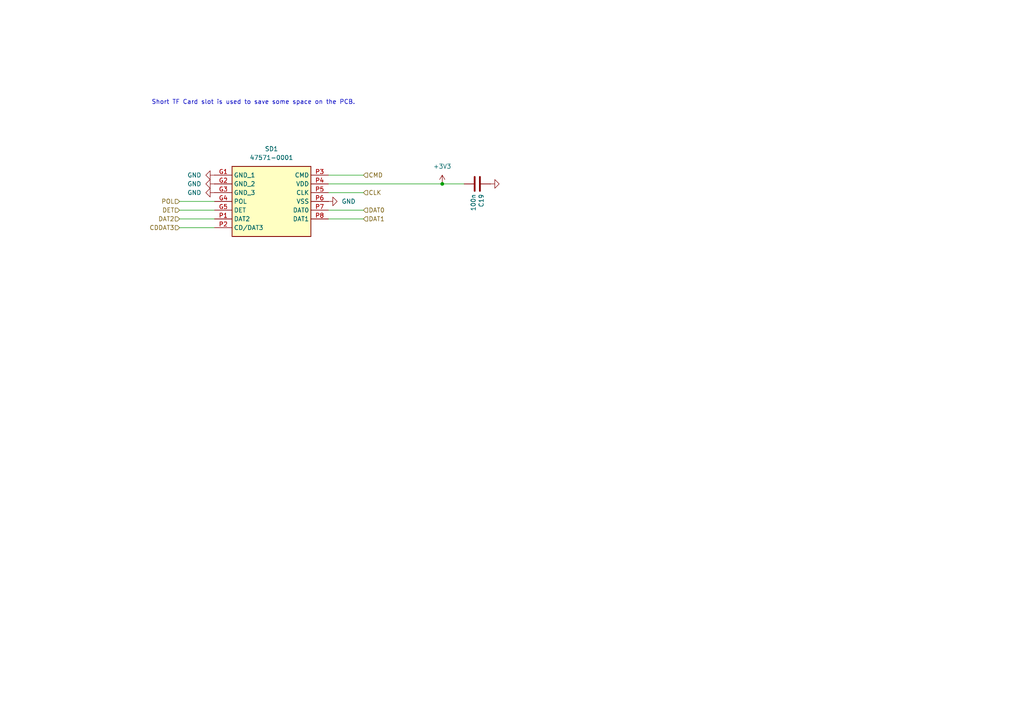
<source format=kicad_sch>
(kicad_sch (version 20250114) (generator "eeschema") (generator_version "9.0")
  (paper "A4")
  (title_block (title "MiniFRANK RM1") (date "2025-03-04") (rev "2.01") (company "Mikhail Matveev") (comment 1 "https://github.com/xtremespb/frank"))
  (lib_symbols
    (symbol "Device:C" (pin_numbers (hide yes)) (pin_names (offset 0.254))
      (property "Reference" "C" (at 0.635 2.54 0))
      (property "Value" "C" (at 0.635 -2.54 0))
      (symbol "C_0_1"
        (polyline (pts (xy -2.032 0.762) (xy 2.032 0.762)) (stroke (width 0.508)))
        (polyline (pts (xy -2.032 -0.762) (xy 2.032 -0.762)) (stroke (width 0.508)))
      )
      (symbol "C_1_1"
        (pin passive line (at 0 3.81 270) (length 2.794) (name "~") (number "1"))
        (pin passive line (at 0 -3.81 90) (length 2.794) (name "~") (number "2"))
      )
    )
    (symbol "FRANK:MicroSD_Short"
      (property "Reference" "SD1" (at 16.51 7.62 0))
      (property "Value" "MicroSD_Short" (at 16.51 5.08 0))
      (symbol "MicroSD_Short_1_1"
        (rectangle (start 5.08 2.54) (end 27.94 -17.78) (stroke (width 0.254)) (fill (type background)))
        (pin passive line (at 0 0 0) (length 5.08) (name "GND_1") (number "G1"))
        (pin passive line (at 0 -2.54 0) (length 5.08) (name "GND_2") (number "G2"))
        (pin passive line (at 0 -5.08 0) (length 5.08) (name "GND_3") (number "G3"))
        (pin passive line (at 0 -7.62 0) (length 5.08) (name "POL") (number "G4"))
        (pin passive line (at 0 -10.16 0) (length 5.08) (name "DET") (number "G5"))
        (pin passive line (at 0 -12.7 0) (length 5.08) (name "DAT2") (number "P1"))
        (pin passive line (at 0 -15.24 0) (length 5.08) (name "CD/DAT3") (number "P2"))
        (pin passive line (at 33.02 0 180) (length 5.08) (name "CMD") (number "P3"))
        (pin passive line (at 33.02 -2.54 180) (length 5.08) (name "VDD") (number "P4"))
        (pin passive line (at 33.02 -5.08 180) (length 5.08) (name "CLK") (number "P5"))
        (pin passive line (at 33.02 -7.62 180) (length 5.08) (name "VSS") (number "P6"))
        (pin passive line (at 33.02 -10.16 180) (length 5.08) (name "DAT0") (number "P7"))
        (pin passive line (at 33.02 -12.7 180) (length 5.08) (name "DAT1") (number "P8"))
      )
    )
    (symbol "GND_1" (power) (pin_numbers (hide yes)) (pin_names (offset 0) (hide yes))
      (property "Value" "GND" (at 0 -3.81 0))
      (symbol "GND_1_0_1"
        (polyline (pts (xy 0 0) (xy 0 -1.27) (xy 1.27 -1.27) (xy 0 -2.54) (xy -1.27 -1.27) (xy 0 -1.27)))
      )
      (symbol "GND_1_1_1"
        (pin power_in line (at 0 0 270) (length 0) (name "~") (number "1"))
      )
    )
    (symbol "power:+3V3" (power) (pin_numbers (hide yes)) (pin_names (offset 0) (hide yes))
      (property "Value" "+3V3" (at 0 3.556 0))
      (symbol "+3V3_0_1"
        (polyline (pts (xy -0.762 1.27) (xy 0 2.54)))
        (polyline (pts (xy 0 2.54) (xy 0.762 1.27)))
        (polyline (pts (xy 0 0) (xy 0 2.54)))
      )
      (symbol "+3V3_1_1"
        (pin power_in line (at 0 0 90) (length 0) (name "~") (number "1"))
      )
    )
    (symbol "power:GND" (power) (pin_numbers (hide yes)) (pin_names (offset 0) (hide yes))
      (property "Value" "GND" (at 0 -3.81 0))
      (symbol "GND_0_1"
        (polyline (pts (xy 0 0) (xy 0 -1.27) (xy 1.27 -1.27) (xy 0 -2.54) (xy -1.27 -1.27) (xy 0 -1.27)))
      )
      (symbol "GND_1_1"
        (pin power_in line (at 0 0 270) (length 0) (name "~") (number "1"))
      )
    )
  )
  (text "Short TF Card slot is used to save some space on the PCB." (at 43.942 29.718 0) (effects (font (size 1.27 1.27)) (justify left)))
  (junction (at 128.27 53.34))
  (wire (pts (xy 95.25 60.96) (xy 105.41 60.96)))
  (wire (pts (xy 95.25 63.5) (xy 105.41 63.5)))
  (wire (pts (xy 52.07 66.04) (xy 62.23 66.04)))
  (wire (pts (xy 52.07 63.5) (xy 62.23 63.5)))
  (wire (pts (xy 95.25 50.8) (xy 105.41 50.8)))
  (wire (pts (xy 128.27 53.34) (xy 134.62 53.34)))
  (wire (pts (xy 95.25 55.88) (xy 105.41 55.88)))
  (wire (pts (xy 52.07 58.42) (xy 62.23 58.42)))
  (wire (pts (xy 95.25 53.34) (xy 128.27 53.34)))
  (wire (pts (xy 52.07 60.96) (xy 62.23 60.96)))
  (hierarchical_label "CLK" (shape input) (at 105.41 55.88 0))
  (hierarchical_label "DAT0" (shape input) (at 105.41 60.96 0))
  (hierarchical_label "DAT1" (shape input) (at 105.41 63.5 0))
  (hierarchical_label "DET" (shape input) (at 52.07 60.96 180))
  (hierarchical_label "CDDAT3" (shape input) (at 52.07 66.04 180))
  (hierarchical_label "DAT2" (shape input) (at 52.07 63.5 180))
  (hierarchical_label "POL" (shape input) (at 52.07 58.42 180))
  (hierarchical_label "CMD" (shape input) (at 105.41 50.8 0))
  (symbol (lib_id "Device:C") (at 138.43 53.34 270) (unit 1)
    (property "Reference" "C19" (at 139.5984 56.261 0) (effects (justify left)))
    (property "Value" "100n" (at 137.287 56.261 0) (effects (justify left)))
    (property "Footprint" "FRANK:Capacitor (0805)" (effects (hide yes)))
    (property "Datasheet" "https://eu.mouser.com/datasheet/2/447/KEM_C1075_X7R_HT_SMD-3316221.pdf" (effects (hide yes)))
    (property "AliExpress" "https://www.aliexpress.com/item/33008008276.html" (effects (hide yes)))
  )
  (symbol (lib_id "power:+3V3") (at 128.27 53.34 0) (unit 1)
    (property "Reference" "#PWR034" (effects (hide yes)))
    (property "Value" "+3V3" (at 128.27 48.26 0))
    (property "Description" "Power symbol creates a global label with name \"+3V3\"" (effects (hide yes)))
  )
  (symbol (lib_id "power:GND") (at 142.24 53.34 90) (unit 1)
    (property "Reference" "#PWR035" (effects (hide yes)))
    (property "Value" "GND" (effects (hide yes)))
    (property "Description" "Power symbol creates a global label with name \"GND\" , ground" (effects (hide yes)))
  )
  (symbol (lib_name "GND_1") (lib_id "power:GND") (at 62.23 53.34 270) (unit 1)
    (property "Reference" "#PWR033" (effects (hide yes)))
    (property "Value" "GND" (at 58.42 53.3399 90) (effects (justify right)))
    (property "Description" "Power symbol creates a global label with name \"GND\" , ground" (effects (hide yes)))
  )
  (symbol (lib_id "FRANK:MicroSD_Short") (at 62.23 50.8 0) (unit 1)
    (property "Reference" "SD1" (at 78.74 43.18 0))
    (property "Value" "47571-0001" (at 78.74 45.72 0))
    (property "Footprint" "FRANK:MicroSD (SMD, short)" (effects (hide yes)))
    (property "Datasheet" "https://componentsearchengine.com/Datasheets/2/47571-0001.pdf" (effects (hide yes)))
    (property "Description" "Memory Card Connectors ASSY FOR TFR HEADER HEADER W/DETECT PIN" (effects (hide yes)))
    (property "Height" "2.3" (effects (hide yes)))
    (property "Mouser Part Number" "538-47571-0001" (effects (hide yes)))
    (property "Mouser Price/Stock" "https://www.mouser.co.uk/ProductDetail/Molex/47571-0001?qs=qM7ngqbhX5UTJOg9nqKLJQ%3D%3D" (effects (hide yes)))
    (property "Manufacturer_Name" "Molex" (effects (hide yes)))
    (property "Manufacturer_Part_Number" "47571-0001" (effects (hide yes)))
    (property "AliExpress" "https://www.aliexpress.com/item/1005005302426366.html" (effects (hide yes)))
  )
  (symbol (lib_name "GND_1") (lib_id "power:GND") (at 95.25 58.42 90) (unit 1)
    (property "Reference" "#PWR037" (effects (hide yes)))
    (property "Value" "GND" (at 99.06 58.4199 90) (effects (justify right)))
    (property "Description" "Power symbol creates a global label with name \"GND\" , ground" (effects (hide yes)))
  )
  (symbol (lib_name "GND_1") (lib_id "power:GND") (at 62.23 55.88 270) (unit 1)
    (property "Reference" "#PWR036" (effects (hide yes)))
    (property "Value" "GND" (at 58.42 55.8799 90) (effects (justify right)))
    (property "Description" "Power symbol creates a global label with name \"GND\" , ground" (effects (hide yes)))
  )
  (symbol (lib_name "GND_1") (lib_id "power:GND") (at 62.23 50.8 270) (unit 1)
    (property "Reference" "#PWR032" (effects (hide yes)))
    (property "Value" "GND" (at 58.42 50.7999 90) (effects (justify right)))
    (property "Description" "Power symbol creates a global label with name \"GND\" , ground" (effects (hide yes)))
  )
)
</source>
